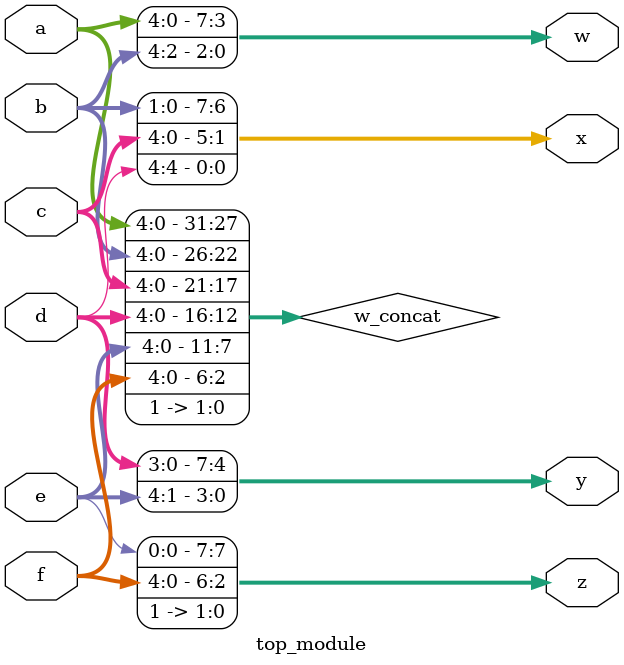
<source format=v>

module top_module (
    input  [4:0] a,
    b,
    c,
    d,
    e,
    f,
    output [7:0] w,
    x,
    y,
    z
);

  wire [31:0] w_concat;

  assign w_concat = {a[4:0], b[4:0], c[4:0], d[4:0], e[4:0], f[4:0], 2'b11};

  assign w = w_concat[31:24];
  assign x = w_concat[23:16];
  assign y = w_concat[15:8];
  assign z = w_concat[7:0];

endmodule

</source>
